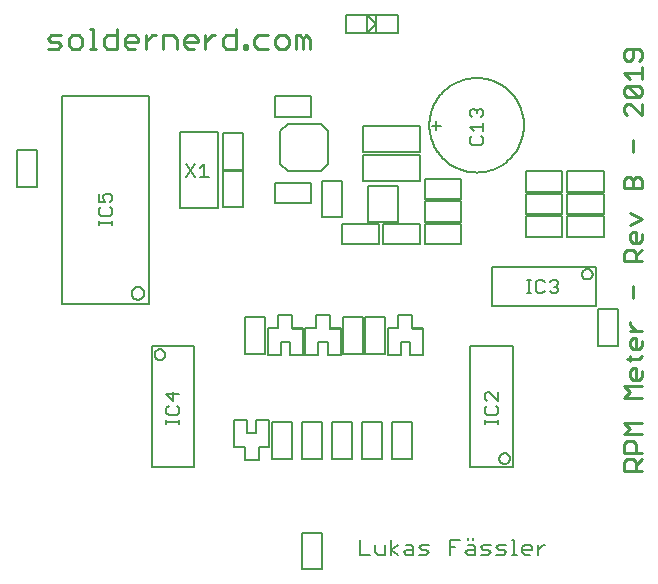
<source format=gto>
G75*
%MOIN*%
%OFA0B0*%
%FSLAX25Y25*%
%IPPOS*%
%LPD*%
%AMOC8*
5,1,8,0,0,1.08239X$1,22.5*
%
%ADD10C,0.01000*%
%ADD11C,0.00700*%
%ADD12C,0.00900*%
%ADD13C,0.00591*%
%ADD14C,0.00600*%
%ADD15C,0.00500*%
D10*
X0036918Y0181281D02*
X0040221Y0181281D01*
X0041322Y0182382D01*
X0040221Y0183483D01*
X0038019Y0183483D01*
X0036918Y0184584D01*
X0038019Y0185685D01*
X0041322Y0185685D01*
X0043916Y0184584D02*
X0043916Y0182382D01*
X0045017Y0181281D01*
X0047219Y0181281D01*
X0048320Y0182382D01*
X0048320Y0184584D01*
X0047219Y0185685D01*
X0045017Y0185685D01*
X0043916Y0184584D01*
X0050914Y0181281D02*
X0053116Y0181281D01*
X0052015Y0181281D02*
X0052015Y0187887D01*
X0050914Y0187887D01*
X0055579Y0184584D02*
X0055579Y0182382D01*
X0056680Y0181281D01*
X0059983Y0181281D01*
X0059983Y0187887D01*
X0059983Y0185685D02*
X0056680Y0185685D01*
X0055579Y0184584D01*
X0062577Y0184584D02*
X0062577Y0182382D01*
X0063678Y0181281D01*
X0065880Y0181281D01*
X0066981Y0183483D02*
X0062577Y0183483D01*
X0062577Y0184584D02*
X0063678Y0185685D01*
X0065880Y0185685D01*
X0066981Y0184584D01*
X0066981Y0183483D01*
X0069575Y0183483D02*
X0071777Y0185685D01*
X0072878Y0185685D01*
X0075407Y0185685D02*
X0075407Y0181281D01*
X0075407Y0185685D02*
X0078710Y0185685D01*
X0079811Y0184584D01*
X0079811Y0181281D01*
X0082405Y0182382D02*
X0082405Y0184584D01*
X0083506Y0185685D01*
X0085708Y0185685D01*
X0086808Y0184584D01*
X0086808Y0183483D01*
X0082405Y0183483D01*
X0082405Y0182382D02*
X0083506Y0181281D01*
X0085708Y0181281D01*
X0089403Y0181281D02*
X0089403Y0185685D01*
X0089403Y0183483D02*
X0091605Y0185685D01*
X0092706Y0185685D01*
X0095234Y0184584D02*
X0095234Y0182382D01*
X0096335Y0181281D01*
X0099638Y0181281D01*
X0099638Y0187887D01*
X0099638Y0185685D02*
X0096335Y0185685D01*
X0095234Y0184584D01*
X0102232Y0182382D02*
X0103333Y0182382D01*
X0103333Y0181281D01*
X0102232Y0181281D01*
X0102232Y0182382D01*
X0105731Y0182382D02*
X0106832Y0181281D01*
X0110135Y0181281D01*
X0112729Y0182382D02*
X0112729Y0184584D01*
X0113830Y0185685D01*
X0116032Y0185685D01*
X0117133Y0184584D01*
X0117133Y0182382D01*
X0116032Y0181281D01*
X0113830Y0181281D01*
X0112729Y0182382D01*
X0110135Y0185685D02*
X0106832Y0185685D01*
X0105731Y0184584D01*
X0105731Y0182382D01*
X0119727Y0181281D02*
X0119727Y0185685D01*
X0120828Y0185685D01*
X0121929Y0184584D01*
X0123030Y0185685D01*
X0124131Y0184584D01*
X0124131Y0181281D01*
X0121929Y0181281D02*
X0121929Y0184584D01*
X0069575Y0185685D02*
X0069575Y0181281D01*
D11*
X0083081Y0142862D02*
X0085951Y0138558D01*
X0087685Y0138558D02*
X0090555Y0138558D01*
X0089120Y0138558D02*
X0089120Y0142862D01*
X0087685Y0141427D01*
X0085951Y0142862D02*
X0083081Y0138558D01*
X0058235Y0132245D02*
X0058235Y0130810D01*
X0057518Y0130093D01*
X0056084Y0130093D02*
X0055366Y0131528D01*
X0055366Y0132245D01*
X0056084Y0132962D01*
X0057518Y0132962D01*
X0058235Y0132245D01*
X0056084Y0130093D02*
X0053932Y0130093D01*
X0053932Y0132962D01*
X0054649Y0128358D02*
X0053932Y0127641D01*
X0053932Y0126206D01*
X0054649Y0125489D01*
X0057518Y0125489D01*
X0058235Y0126206D01*
X0058235Y0127641D01*
X0057518Y0128358D01*
X0058235Y0123854D02*
X0058235Y0122420D01*
X0058235Y0123137D02*
X0053932Y0123137D01*
X0053932Y0122420D02*
X0053932Y0123854D01*
X0076432Y0065995D02*
X0078584Y0063843D01*
X0078584Y0066712D01*
X0080735Y0065995D02*
X0076432Y0065995D01*
X0077149Y0062108D02*
X0076432Y0061391D01*
X0076432Y0059956D01*
X0077149Y0059239D01*
X0080018Y0059239D01*
X0080735Y0059956D01*
X0080735Y0061391D01*
X0080018Y0062108D01*
X0080735Y0057604D02*
X0080735Y0056170D01*
X0080735Y0056887D02*
X0076432Y0056887D01*
X0076432Y0056170D02*
X0076432Y0057604D01*
X0140888Y0017474D02*
X0140888Y0012569D01*
X0144157Y0012569D01*
X0146044Y0013387D02*
X0146044Y0015839D01*
X0146044Y0013387D02*
X0146861Y0012569D01*
X0149313Y0012569D01*
X0149313Y0015839D01*
X0151200Y0017474D02*
X0151200Y0012569D01*
X0151200Y0014204D02*
X0153652Y0015839D01*
X0151200Y0014204D02*
X0153652Y0012569D01*
X0155497Y0013387D02*
X0156315Y0014204D01*
X0158767Y0014204D01*
X0158767Y0015021D02*
X0158767Y0012569D01*
X0156315Y0012569D01*
X0155497Y0013387D01*
X0156315Y0015839D02*
X0157949Y0015839D01*
X0158767Y0015021D01*
X0160654Y0015021D02*
X0161471Y0015839D01*
X0163923Y0015839D01*
X0163106Y0014204D02*
X0161471Y0014204D01*
X0160654Y0015021D01*
X0160654Y0012569D02*
X0163106Y0012569D01*
X0163923Y0013387D01*
X0163106Y0014204D01*
X0170967Y0015021D02*
X0172601Y0015021D01*
X0170967Y0012569D02*
X0170967Y0017474D01*
X0174236Y0017474D01*
X0176940Y0017474D02*
X0176940Y0018291D01*
X0178575Y0018291D02*
X0178575Y0017474D01*
X0178575Y0015839D02*
X0176940Y0015839D01*
X0176940Y0014204D02*
X0179392Y0014204D01*
X0179392Y0015021D02*
X0179392Y0012569D01*
X0176940Y0012569D01*
X0176123Y0013387D01*
X0176940Y0014204D01*
X0178575Y0015839D02*
X0179392Y0015021D01*
X0181279Y0015021D02*
X0182097Y0014204D01*
X0183731Y0014204D01*
X0184549Y0013387D01*
X0183731Y0012569D01*
X0181279Y0012569D01*
X0181279Y0015021D02*
X0182097Y0015839D01*
X0184549Y0015839D01*
X0186436Y0015021D02*
X0187253Y0014204D01*
X0188888Y0014204D01*
X0189705Y0013387D01*
X0188888Y0012569D01*
X0186436Y0012569D01*
X0186436Y0015021D02*
X0187253Y0015839D01*
X0189705Y0015839D01*
X0191592Y0017474D02*
X0192410Y0017474D01*
X0192410Y0012569D01*
X0193227Y0012569D02*
X0191592Y0012569D01*
X0195030Y0013387D02*
X0195030Y0015021D01*
X0195847Y0015839D01*
X0197482Y0015839D01*
X0198299Y0015021D01*
X0198299Y0014204D01*
X0195030Y0014204D01*
X0195030Y0013387D02*
X0195847Y0012569D01*
X0197482Y0012569D01*
X0200186Y0012569D02*
X0200186Y0015839D01*
X0201821Y0015839D02*
X0202638Y0015839D01*
X0201821Y0015839D02*
X0200186Y0014204D01*
X0186985Y0056170D02*
X0186985Y0057604D01*
X0186985Y0056887D02*
X0182682Y0056887D01*
X0182682Y0056170D02*
X0182682Y0057604D01*
X0183399Y0059239D02*
X0186268Y0059239D01*
X0186985Y0059956D01*
X0186985Y0061391D01*
X0186268Y0062108D01*
X0186985Y0063843D02*
X0184116Y0066712D01*
X0183399Y0066712D01*
X0182682Y0065995D01*
X0182682Y0064560D01*
X0183399Y0063843D01*
X0183399Y0062108D02*
X0182682Y0061391D01*
X0182682Y0059956D01*
X0183399Y0059239D01*
X0186985Y0063843D02*
X0186985Y0066712D01*
X0181268Y0149152D02*
X0178399Y0149152D01*
X0177682Y0149870D01*
X0177682Y0151304D01*
X0178399Y0152022D01*
X0179116Y0153756D02*
X0177682Y0155191D01*
X0181985Y0155191D01*
X0181985Y0156625D02*
X0181985Y0153756D01*
X0181268Y0152022D02*
X0181985Y0151304D01*
X0181985Y0149870D01*
X0181268Y0149152D01*
X0181268Y0158360D02*
X0181985Y0159078D01*
X0181985Y0160512D01*
X0181268Y0161229D01*
X0180551Y0161229D01*
X0179834Y0160512D01*
X0179834Y0159795D01*
X0179834Y0160512D02*
X0179116Y0161229D01*
X0178399Y0161229D01*
X0177682Y0160512D01*
X0177682Y0159078D01*
X0178399Y0158360D01*
D12*
X0229126Y0159975D02*
X0230077Y0159024D01*
X0229126Y0159975D02*
X0229126Y0161877D01*
X0230077Y0162827D01*
X0231028Y0162827D01*
X0234831Y0159024D01*
X0234831Y0162827D01*
X0233880Y0165101D02*
X0230077Y0168905D01*
X0233880Y0168905D01*
X0234831Y0167954D01*
X0234831Y0166052D01*
X0233880Y0165101D01*
X0230077Y0165101D01*
X0229126Y0166052D01*
X0229126Y0167954D01*
X0230077Y0168905D01*
X0231028Y0171179D02*
X0229126Y0173080D01*
X0234831Y0173080D01*
X0234831Y0171179D02*
X0234831Y0174982D01*
X0233880Y0177256D02*
X0234831Y0178207D01*
X0234831Y0180108D01*
X0233880Y0181059D01*
X0230077Y0181059D01*
X0229126Y0180108D01*
X0229126Y0178207D01*
X0230077Y0177256D01*
X0231028Y0177256D01*
X0231979Y0178207D01*
X0231979Y0181059D01*
X0231979Y0150673D02*
X0231979Y0146870D01*
X0232929Y0138519D02*
X0233880Y0138519D01*
X0234831Y0137568D01*
X0234831Y0134715D01*
X0229126Y0134715D01*
X0229126Y0137568D01*
X0230077Y0138519D01*
X0231028Y0138519D01*
X0231979Y0137568D01*
X0231979Y0134715D01*
X0231979Y0137568D02*
X0232929Y0138519D01*
X0231028Y0126364D02*
X0234831Y0124463D01*
X0231028Y0122561D01*
X0231979Y0120287D02*
X0232929Y0120287D01*
X0232929Y0116484D01*
X0231979Y0116484D02*
X0231028Y0117435D01*
X0231028Y0119336D01*
X0231979Y0120287D01*
X0234831Y0119336D02*
X0234831Y0117435D01*
X0233880Y0116484D01*
X0231979Y0116484D01*
X0231979Y0114210D02*
X0232929Y0113259D01*
X0232929Y0110407D01*
X0232929Y0112308D02*
X0234831Y0114210D01*
X0231979Y0114210D02*
X0230077Y0114210D01*
X0229126Y0113259D01*
X0229126Y0110407D01*
X0234831Y0110407D01*
X0231979Y0102056D02*
X0231979Y0098252D01*
X0231028Y0089963D02*
X0231028Y0089012D01*
X0232929Y0087111D01*
X0231028Y0087111D02*
X0234831Y0087111D01*
X0232929Y0084837D02*
X0232929Y0081034D01*
X0231979Y0081034D02*
X0231028Y0081984D01*
X0231028Y0083886D01*
X0231979Y0084837D01*
X0232929Y0084837D01*
X0234831Y0083886D02*
X0234831Y0081984D01*
X0233880Y0081034D01*
X0231979Y0081034D01*
X0231028Y0078884D02*
X0231028Y0076982D01*
X0230077Y0077933D02*
X0233880Y0077933D01*
X0234831Y0078884D01*
X0232929Y0074708D02*
X0232929Y0070905D01*
X0231979Y0070905D02*
X0231028Y0071856D01*
X0231028Y0073757D01*
X0231979Y0074708D01*
X0232929Y0074708D01*
X0234831Y0073757D02*
X0234831Y0071856D01*
X0233880Y0070905D01*
X0231979Y0070905D01*
X0234831Y0068631D02*
X0229126Y0068631D01*
X0231028Y0066729D01*
X0229126Y0064828D01*
X0234831Y0064828D01*
X0234831Y0056477D02*
X0229126Y0056477D01*
X0231028Y0054575D01*
X0229126Y0052673D01*
X0234831Y0052673D01*
X0231979Y0050399D02*
X0232929Y0049449D01*
X0232929Y0046596D01*
X0234831Y0046596D02*
X0229126Y0046596D01*
X0229126Y0049449D01*
X0230077Y0050399D01*
X0231979Y0050399D01*
X0231979Y0044322D02*
X0230077Y0044322D01*
X0229126Y0043371D01*
X0229126Y0040519D01*
X0234831Y0040519D01*
X0232929Y0040519D02*
X0232929Y0043371D01*
X0231979Y0044322D01*
X0232929Y0042421D02*
X0234831Y0044322D01*
D13*
X0071499Y0041880D02*
X0071499Y0082037D01*
X0085672Y0082037D01*
X0085672Y0041880D01*
X0071499Y0041880D01*
X0098930Y0048346D02*
X0098930Y0057401D01*
X0103261Y0057401D01*
X0103261Y0053071D01*
X0106410Y0053071D01*
X0106410Y0057401D01*
X0110741Y0057401D01*
X0110741Y0048346D01*
X0107198Y0048346D01*
X0107198Y0044015D01*
X0102473Y0044015D01*
X0102473Y0048346D01*
X0098930Y0048346D01*
X0111489Y0044606D02*
X0118182Y0044606D01*
X0118182Y0056811D01*
X0111489Y0056811D01*
X0111489Y0044606D01*
X0121489Y0044606D02*
X0128182Y0044606D01*
X0128182Y0056811D01*
X0121489Y0056811D01*
X0121489Y0044606D01*
X0131489Y0044606D02*
X0138182Y0044606D01*
X0138182Y0056811D01*
X0131489Y0056811D01*
X0131489Y0044606D01*
X0141489Y0044606D02*
X0148182Y0044606D01*
X0148182Y0056811D01*
X0141489Y0056811D01*
X0141489Y0044606D01*
X0151489Y0044606D02*
X0151489Y0056811D01*
X0158182Y0056811D01*
X0158182Y0044606D01*
X0151489Y0044606D01*
X0177749Y0041880D02*
X0191922Y0041880D01*
X0191922Y0082037D01*
X0177749Y0082037D01*
X0177749Y0041880D01*
X0187398Y0044635D02*
X0187400Y0044718D01*
X0187406Y0044802D01*
X0187416Y0044885D01*
X0187429Y0044967D01*
X0187447Y0045049D01*
X0187469Y0045129D01*
X0187494Y0045209D01*
X0187523Y0045287D01*
X0187555Y0045364D01*
X0187592Y0045440D01*
X0187631Y0045513D01*
X0187675Y0045584D01*
X0187721Y0045654D01*
X0187771Y0045721D01*
X0187824Y0045786D01*
X0187879Y0045848D01*
X0187938Y0045907D01*
X0188000Y0045964D01*
X0188064Y0046017D01*
X0188130Y0046068D01*
X0188199Y0046115D01*
X0188270Y0046159D01*
X0188343Y0046200D01*
X0188418Y0046237D01*
X0188494Y0046270D01*
X0188572Y0046300D01*
X0188652Y0046326D01*
X0188732Y0046349D01*
X0188813Y0046367D01*
X0188896Y0046382D01*
X0188978Y0046393D01*
X0189062Y0046400D01*
X0189145Y0046403D01*
X0189229Y0046402D01*
X0189312Y0046397D01*
X0189395Y0046388D01*
X0189478Y0046375D01*
X0189559Y0046359D01*
X0189640Y0046338D01*
X0189720Y0046314D01*
X0189799Y0046286D01*
X0189876Y0046254D01*
X0189952Y0046219D01*
X0190026Y0046180D01*
X0190098Y0046138D01*
X0190168Y0046092D01*
X0190235Y0046043D01*
X0190301Y0045991D01*
X0190363Y0045936D01*
X0190424Y0045878D01*
X0190481Y0045817D01*
X0190535Y0045754D01*
X0190586Y0045688D01*
X0190635Y0045619D01*
X0190679Y0045549D01*
X0190721Y0045476D01*
X0190759Y0045402D01*
X0190793Y0045326D01*
X0190824Y0045248D01*
X0190851Y0045169D01*
X0190875Y0045089D01*
X0190894Y0045008D01*
X0190910Y0044926D01*
X0190922Y0044843D01*
X0190930Y0044760D01*
X0190934Y0044677D01*
X0190934Y0044593D01*
X0190930Y0044510D01*
X0190922Y0044427D01*
X0190910Y0044344D01*
X0190894Y0044262D01*
X0190875Y0044181D01*
X0190851Y0044101D01*
X0190824Y0044022D01*
X0190793Y0043944D01*
X0190759Y0043868D01*
X0190721Y0043794D01*
X0190679Y0043721D01*
X0190635Y0043651D01*
X0190586Y0043582D01*
X0190535Y0043516D01*
X0190481Y0043453D01*
X0190424Y0043392D01*
X0190363Y0043334D01*
X0190301Y0043279D01*
X0190235Y0043227D01*
X0190168Y0043178D01*
X0190098Y0043132D01*
X0190026Y0043090D01*
X0189952Y0043051D01*
X0189876Y0043016D01*
X0189799Y0042984D01*
X0189720Y0042956D01*
X0189640Y0042932D01*
X0189559Y0042911D01*
X0189478Y0042895D01*
X0189395Y0042882D01*
X0189312Y0042873D01*
X0189229Y0042868D01*
X0189145Y0042867D01*
X0189062Y0042870D01*
X0188978Y0042877D01*
X0188896Y0042888D01*
X0188813Y0042903D01*
X0188732Y0042921D01*
X0188652Y0042944D01*
X0188572Y0042970D01*
X0188494Y0043000D01*
X0188418Y0043033D01*
X0188343Y0043070D01*
X0188270Y0043111D01*
X0188199Y0043155D01*
X0188130Y0043202D01*
X0188064Y0043253D01*
X0188000Y0043306D01*
X0187938Y0043363D01*
X0187879Y0043422D01*
X0187824Y0043484D01*
X0187771Y0043549D01*
X0187721Y0043616D01*
X0187675Y0043686D01*
X0187631Y0043757D01*
X0187592Y0043830D01*
X0187555Y0043906D01*
X0187523Y0043983D01*
X0187494Y0044061D01*
X0187469Y0044141D01*
X0187447Y0044221D01*
X0187429Y0044303D01*
X0187416Y0044385D01*
X0187406Y0044468D01*
X0187400Y0044552D01*
X0187398Y0044635D01*
X0161991Y0079015D02*
X0157660Y0079015D01*
X0157660Y0083346D01*
X0154511Y0083346D01*
X0154511Y0079015D01*
X0150180Y0079015D01*
X0150180Y0088071D01*
X0153723Y0088071D01*
X0153723Y0092401D01*
X0158448Y0092401D01*
X0158448Y0088071D01*
X0161991Y0088071D01*
X0161991Y0079015D01*
X0149432Y0079606D02*
X0142739Y0079606D01*
X0142739Y0091811D01*
X0149432Y0091811D01*
X0149432Y0079606D01*
X0141932Y0079606D02*
X0135239Y0079606D01*
X0135239Y0091811D01*
X0141932Y0091811D01*
X0141932Y0079606D01*
X0134491Y0079015D02*
X0130160Y0079015D01*
X0130160Y0083346D01*
X0127011Y0083346D01*
X0127011Y0079015D01*
X0122680Y0079015D01*
X0122680Y0088071D01*
X0126223Y0088071D01*
X0126223Y0092401D01*
X0130948Y0092401D01*
X0130948Y0088071D01*
X0134491Y0088071D01*
X0134491Y0079015D01*
X0121991Y0079015D02*
X0117660Y0079015D01*
X0117660Y0083346D01*
X0114511Y0083346D01*
X0114511Y0079015D01*
X0110180Y0079015D01*
X0110180Y0088071D01*
X0113723Y0088071D01*
X0113723Y0092401D01*
X0118448Y0092401D01*
X0118448Y0088071D01*
X0121991Y0088071D01*
X0121991Y0079015D01*
X0109432Y0079606D02*
X0102739Y0079606D01*
X0102739Y0091811D01*
X0109432Y0091811D01*
X0109432Y0079606D01*
X0134983Y0116112D02*
X0147188Y0116112D01*
X0147188Y0122805D01*
X0134983Y0122805D01*
X0134983Y0116112D01*
X0143467Y0123553D02*
X0143467Y0135364D01*
X0153704Y0135364D01*
X0153704Y0123553D01*
X0143467Y0123553D01*
X0148733Y0122805D02*
X0148733Y0116112D01*
X0160938Y0116112D01*
X0160938Y0122805D01*
X0148733Y0122805D01*
X0134855Y0125000D02*
X0134855Y0137204D01*
X0128162Y0137204D01*
X0128162Y0125000D01*
X0134855Y0125000D01*
X0124688Y0129862D02*
X0124688Y0136555D01*
X0112483Y0136555D01*
X0112483Y0129862D01*
X0124688Y0129862D01*
X0141942Y0137067D02*
X0141942Y0145728D01*
X0160839Y0145728D01*
X0160839Y0137067D01*
X0141942Y0137067D01*
X0141942Y0146752D02*
X0141942Y0155413D01*
X0160839Y0155413D01*
X0160839Y0146752D01*
X0141942Y0146752D01*
X0124688Y0158612D02*
X0124688Y0165305D01*
X0112483Y0165305D01*
X0112483Y0158612D01*
X0124688Y0158612D01*
X0101932Y0153061D02*
X0101932Y0140856D01*
X0095239Y0140856D01*
X0095239Y0153061D01*
X0101932Y0153061D01*
X0093635Y0153307D02*
X0081036Y0153307D01*
X0081036Y0128110D01*
X0093635Y0128110D01*
X0093635Y0153307D01*
X0095239Y0140561D02*
X0095239Y0128356D01*
X0101932Y0128356D01*
X0101932Y0140561D01*
X0095239Y0140561D01*
X0070704Y0165508D02*
X0041467Y0165508D01*
X0041467Y0096008D01*
X0070704Y0096008D01*
X0070704Y0165508D01*
X0033182Y0147313D02*
X0033182Y0135108D01*
X0026489Y0135108D01*
X0026489Y0147313D01*
X0033182Y0147313D01*
X0064811Y0099708D02*
X0064813Y0099800D01*
X0064819Y0099891D01*
X0064829Y0099982D01*
X0064843Y0100073D01*
X0064861Y0100163D01*
X0064883Y0100252D01*
X0064908Y0100339D01*
X0064938Y0100426D01*
X0064971Y0100512D01*
X0065008Y0100595D01*
X0065048Y0100678D01*
X0065092Y0100758D01*
X0065140Y0100836D01*
X0065191Y0100913D01*
X0065245Y0100986D01*
X0065302Y0101058D01*
X0065363Y0101127D01*
X0065426Y0101193D01*
X0065492Y0101256D01*
X0065561Y0101317D01*
X0065633Y0101374D01*
X0065706Y0101428D01*
X0065783Y0101479D01*
X0065861Y0101527D01*
X0065941Y0101571D01*
X0066024Y0101611D01*
X0066107Y0101648D01*
X0066193Y0101681D01*
X0066280Y0101711D01*
X0066367Y0101736D01*
X0066456Y0101758D01*
X0066546Y0101776D01*
X0066637Y0101790D01*
X0066728Y0101800D01*
X0066819Y0101806D01*
X0066911Y0101808D01*
X0067003Y0101806D01*
X0067094Y0101800D01*
X0067185Y0101790D01*
X0067276Y0101776D01*
X0067366Y0101758D01*
X0067455Y0101736D01*
X0067542Y0101711D01*
X0067629Y0101681D01*
X0067715Y0101648D01*
X0067798Y0101611D01*
X0067881Y0101571D01*
X0067961Y0101527D01*
X0068039Y0101479D01*
X0068116Y0101428D01*
X0068189Y0101374D01*
X0068261Y0101317D01*
X0068330Y0101256D01*
X0068396Y0101193D01*
X0068459Y0101127D01*
X0068520Y0101058D01*
X0068577Y0100986D01*
X0068631Y0100913D01*
X0068682Y0100836D01*
X0068730Y0100758D01*
X0068774Y0100678D01*
X0068814Y0100595D01*
X0068851Y0100512D01*
X0068884Y0100426D01*
X0068914Y0100339D01*
X0068939Y0100252D01*
X0068961Y0100163D01*
X0068979Y0100073D01*
X0068993Y0099982D01*
X0069003Y0099891D01*
X0069009Y0099800D01*
X0069011Y0099708D01*
X0069009Y0099616D01*
X0069003Y0099525D01*
X0068993Y0099434D01*
X0068979Y0099343D01*
X0068961Y0099253D01*
X0068939Y0099164D01*
X0068914Y0099077D01*
X0068884Y0098990D01*
X0068851Y0098904D01*
X0068814Y0098821D01*
X0068774Y0098738D01*
X0068730Y0098658D01*
X0068682Y0098580D01*
X0068631Y0098503D01*
X0068577Y0098430D01*
X0068520Y0098358D01*
X0068459Y0098289D01*
X0068396Y0098223D01*
X0068330Y0098160D01*
X0068261Y0098099D01*
X0068189Y0098042D01*
X0068116Y0097988D01*
X0068039Y0097937D01*
X0067961Y0097889D01*
X0067881Y0097845D01*
X0067798Y0097805D01*
X0067715Y0097768D01*
X0067629Y0097735D01*
X0067542Y0097705D01*
X0067455Y0097680D01*
X0067366Y0097658D01*
X0067276Y0097640D01*
X0067185Y0097626D01*
X0067094Y0097616D01*
X0067003Y0097610D01*
X0066911Y0097608D01*
X0066819Y0097610D01*
X0066728Y0097616D01*
X0066637Y0097626D01*
X0066546Y0097640D01*
X0066456Y0097658D01*
X0066367Y0097680D01*
X0066280Y0097705D01*
X0066193Y0097735D01*
X0066107Y0097768D01*
X0066024Y0097805D01*
X0065941Y0097845D01*
X0065861Y0097889D01*
X0065783Y0097937D01*
X0065706Y0097988D01*
X0065633Y0098042D01*
X0065561Y0098099D01*
X0065492Y0098160D01*
X0065426Y0098223D01*
X0065363Y0098289D01*
X0065302Y0098358D01*
X0065245Y0098430D01*
X0065191Y0098503D01*
X0065140Y0098580D01*
X0065092Y0098658D01*
X0065048Y0098738D01*
X0065008Y0098821D01*
X0064971Y0098904D01*
X0064938Y0098990D01*
X0064908Y0099077D01*
X0064883Y0099164D01*
X0064861Y0099253D01*
X0064843Y0099343D01*
X0064829Y0099434D01*
X0064819Y0099525D01*
X0064813Y0099616D01*
X0064811Y0099708D01*
X0072487Y0079281D02*
X0072489Y0079364D01*
X0072495Y0079448D01*
X0072505Y0079531D01*
X0072518Y0079613D01*
X0072536Y0079695D01*
X0072558Y0079775D01*
X0072583Y0079855D01*
X0072612Y0079933D01*
X0072644Y0080010D01*
X0072681Y0080086D01*
X0072720Y0080159D01*
X0072764Y0080230D01*
X0072810Y0080300D01*
X0072860Y0080367D01*
X0072913Y0080432D01*
X0072968Y0080494D01*
X0073027Y0080553D01*
X0073089Y0080610D01*
X0073153Y0080663D01*
X0073219Y0080714D01*
X0073288Y0080761D01*
X0073359Y0080805D01*
X0073432Y0080846D01*
X0073507Y0080883D01*
X0073583Y0080916D01*
X0073661Y0080946D01*
X0073741Y0080972D01*
X0073821Y0080995D01*
X0073902Y0081013D01*
X0073985Y0081028D01*
X0074067Y0081039D01*
X0074151Y0081046D01*
X0074234Y0081049D01*
X0074318Y0081048D01*
X0074401Y0081043D01*
X0074484Y0081034D01*
X0074567Y0081021D01*
X0074648Y0081005D01*
X0074729Y0080984D01*
X0074809Y0080960D01*
X0074888Y0080932D01*
X0074965Y0080900D01*
X0075041Y0080865D01*
X0075115Y0080826D01*
X0075187Y0080784D01*
X0075257Y0080738D01*
X0075324Y0080689D01*
X0075390Y0080637D01*
X0075452Y0080582D01*
X0075513Y0080524D01*
X0075570Y0080463D01*
X0075624Y0080400D01*
X0075675Y0080334D01*
X0075724Y0080265D01*
X0075768Y0080195D01*
X0075810Y0080122D01*
X0075848Y0080048D01*
X0075882Y0079972D01*
X0075913Y0079894D01*
X0075940Y0079815D01*
X0075964Y0079735D01*
X0075983Y0079654D01*
X0075999Y0079572D01*
X0076011Y0079489D01*
X0076019Y0079406D01*
X0076023Y0079323D01*
X0076023Y0079239D01*
X0076019Y0079156D01*
X0076011Y0079073D01*
X0075999Y0078990D01*
X0075983Y0078908D01*
X0075964Y0078827D01*
X0075940Y0078747D01*
X0075913Y0078668D01*
X0075882Y0078590D01*
X0075848Y0078514D01*
X0075810Y0078440D01*
X0075768Y0078367D01*
X0075724Y0078297D01*
X0075675Y0078228D01*
X0075624Y0078162D01*
X0075570Y0078099D01*
X0075513Y0078038D01*
X0075452Y0077980D01*
X0075390Y0077925D01*
X0075324Y0077873D01*
X0075257Y0077824D01*
X0075187Y0077778D01*
X0075115Y0077736D01*
X0075041Y0077697D01*
X0074965Y0077662D01*
X0074888Y0077630D01*
X0074809Y0077602D01*
X0074729Y0077578D01*
X0074648Y0077557D01*
X0074567Y0077541D01*
X0074484Y0077528D01*
X0074401Y0077519D01*
X0074318Y0077514D01*
X0074234Y0077513D01*
X0074151Y0077516D01*
X0074067Y0077523D01*
X0073985Y0077534D01*
X0073902Y0077549D01*
X0073821Y0077567D01*
X0073741Y0077590D01*
X0073661Y0077616D01*
X0073583Y0077646D01*
X0073507Y0077679D01*
X0073432Y0077716D01*
X0073359Y0077757D01*
X0073288Y0077801D01*
X0073219Y0077848D01*
X0073153Y0077899D01*
X0073089Y0077952D01*
X0073027Y0078009D01*
X0072968Y0078068D01*
X0072913Y0078130D01*
X0072860Y0078195D01*
X0072810Y0078262D01*
X0072764Y0078332D01*
X0072720Y0078403D01*
X0072681Y0078476D01*
X0072644Y0078552D01*
X0072612Y0078629D01*
X0072583Y0078707D01*
X0072558Y0078787D01*
X0072536Y0078867D01*
X0072518Y0078949D01*
X0072505Y0079031D01*
X0072495Y0079114D01*
X0072489Y0079198D01*
X0072487Y0079281D01*
X0121489Y0019936D02*
X0121489Y0007731D01*
X0128182Y0007731D01*
X0128182Y0019936D01*
X0121489Y0019936D01*
X0185111Y0095462D02*
X0185111Y0108454D01*
X0219560Y0108454D01*
X0219560Y0095462D01*
X0185111Y0095462D01*
X0174688Y0116112D02*
X0174688Y0122805D01*
X0162483Y0122805D01*
X0162483Y0116112D01*
X0174688Y0116112D01*
X0174688Y0123612D02*
X0174688Y0130305D01*
X0162483Y0130305D01*
X0162483Y0123612D01*
X0174688Y0123612D01*
X0174688Y0131112D02*
X0174688Y0137805D01*
X0162483Y0137805D01*
X0162483Y0131112D01*
X0174688Y0131112D01*
X0196233Y0132805D02*
X0196233Y0126112D01*
X0208438Y0126112D01*
X0208438Y0132805D01*
X0196233Y0132805D01*
X0196233Y0133612D02*
X0208438Y0133612D01*
X0208438Y0140305D01*
X0196233Y0140305D01*
X0196233Y0133612D01*
X0196233Y0125305D02*
X0196233Y0118612D01*
X0208438Y0118612D01*
X0208438Y0125305D01*
X0196233Y0125305D01*
X0209983Y0125305D02*
X0209983Y0118612D01*
X0222188Y0118612D01*
X0222188Y0125305D01*
X0209983Y0125305D01*
X0209983Y0126112D02*
X0222188Y0126112D01*
X0222188Y0132805D01*
X0209983Y0132805D01*
X0209983Y0126112D01*
X0209983Y0133612D02*
X0209983Y0140305D01*
X0222188Y0140305D01*
X0222188Y0133612D01*
X0209983Y0133612D01*
X0214942Y0106073D02*
X0214944Y0106156D01*
X0214950Y0106240D01*
X0214960Y0106323D01*
X0214973Y0106405D01*
X0214991Y0106487D01*
X0215013Y0106567D01*
X0215038Y0106647D01*
X0215067Y0106725D01*
X0215099Y0106802D01*
X0215136Y0106878D01*
X0215175Y0106951D01*
X0215219Y0107022D01*
X0215265Y0107092D01*
X0215315Y0107159D01*
X0215368Y0107224D01*
X0215423Y0107286D01*
X0215482Y0107345D01*
X0215544Y0107402D01*
X0215608Y0107455D01*
X0215674Y0107506D01*
X0215743Y0107553D01*
X0215814Y0107597D01*
X0215887Y0107638D01*
X0215962Y0107675D01*
X0216038Y0107708D01*
X0216116Y0107738D01*
X0216196Y0107764D01*
X0216276Y0107787D01*
X0216357Y0107805D01*
X0216440Y0107820D01*
X0216522Y0107831D01*
X0216606Y0107838D01*
X0216689Y0107841D01*
X0216773Y0107840D01*
X0216856Y0107835D01*
X0216939Y0107826D01*
X0217022Y0107813D01*
X0217103Y0107797D01*
X0217184Y0107776D01*
X0217264Y0107752D01*
X0217343Y0107724D01*
X0217420Y0107692D01*
X0217496Y0107657D01*
X0217570Y0107618D01*
X0217642Y0107576D01*
X0217712Y0107530D01*
X0217779Y0107481D01*
X0217845Y0107429D01*
X0217907Y0107374D01*
X0217968Y0107316D01*
X0218025Y0107255D01*
X0218079Y0107192D01*
X0218130Y0107126D01*
X0218179Y0107057D01*
X0218223Y0106987D01*
X0218265Y0106914D01*
X0218303Y0106840D01*
X0218337Y0106764D01*
X0218368Y0106686D01*
X0218395Y0106607D01*
X0218419Y0106527D01*
X0218438Y0106446D01*
X0218454Y0106364D01*
X0218466Y0106281D01*
X0218474Y0106198D01*
X0218478Y0106115D01*
X0218478Y0106031D01*
X0218474Y0105948D01*
X0218466Y0105865D01*
X0218454Y0105782D01*
X0218438Y0105700D01*
X0218419Y0105619D01*
X0218395Y0105539D01*
X0218368Y0105460D01*
X0218337Y0105382D01*
X0218303Y0105306D01*
X0218265Y0105232D01*
X0218223Y0105159D01*
X0218179Y0105089D01*
X0218130Y0105020D01*
X0218079Y0104954D01*
X0218025Y0104891D01*
X0217968Y0104830D01*
X0217907Y0104772D01*
X0217845Y0104717D01*
X0217779Y0104665D01*
X0217712Y0104616D01*
X0217642Y0104570D01*
X0217570Y0104528D01*
X0217496Y0104489D01*
X0217420Y0104454D01*
X0217343Y0104422D01*
X0217264Y0104394D01*
X0217184Y0104370D01*
X0217103Y0104349D01*
X0217022Y0104333D01*
X0216939Y0104320D01*
X0216856Y0104311D01*
X0216773Y0104306D01*
X0216689Y0104305D01*
X0216606Y0104308D01*
X0216522Y0104315D01*
X0216440Y0104326D01*
X0216357Y0104341D01*
X0216276Y0104359D01*
X0216196Y0104382D01*
X0216116Y0104408D01*
X0216038Y0104438D01*
X0215962Y0104471D01*
X0215887Y0104508D01*
X0215814Y0104549D01*
X0215743Y0104593D01*
X0215674Y0104640D01*
X0215608Y0104691D01*
X0215544Y0104744D01*
X0215482Y0104801D01*
X0215423Y0104860D01*
X0215368Y0104922D01*
X0215315Y0104987D01*
X0215265Y0105054D01*
X0215219Y0105124D01*
X0215175Y0105195D01*
X0215136Y0105268D01*
X0215099Y0105344D01*
X0215067Y0105421D01*
X0215038Y0105499D01*
X0215013Y0105579D01*
X0214991Y0105659D01*
X0214973Y0105741D01*
X0214960Y0105823D01*
X0214950Y0105906D01*
X0214944Y0105990D01*
X0214942Y0106073D01*
X0220239Y0094311D02*
X0220239Y0082106D01*
X0226932Y0082106D01*
X0226932Y0094311D01*
X0220239Y0094311D01*
X0164087Y0155708D02*
X0164092Y0156094D01*
X0164106Y0156481D01*
X0164130Y0156866D01*
X0164163Y0157252D01*
X0164205Y0157636D01*
X0164257Y0158019D01*
X0164319Y0158400D01*
X0164390Y0158780D01*
X0164470Y0159158D01*
X0164559Y0159534D01*
X0164657Y0159908D01*
X0164765Y0160279D01*
X0164882Y0160648D01*
X0165008Y0161013D01*
X0165142Y0161376D01*
X0165286Y0161734D01*
X0165438Y0162090D01*
X0165599Y0162441D01*
X0165769Y0162788D01*
X0165947Y0163132D01*
X0166133Y0163470D01*
X0166327Y0163804D01*
X0166530Y0164133D01*
X0166741Y0164457D01*
X0166960Y0164776D01*
X0167186Y0165089D01*
X0167420Y0165397D01*
X0167662Y0165698D01*
X0167910Y0165994D01*
X0168167Y0166284D01*
X0168430Y0166567D01*
X0168699Y0166844D01*
X0168976Y0167113D01*
X0169259Y0167376D01*
X0169549Y0167633D01*
X0169845Y0167881D01*
X0170146Y0168123D01*
X0170454Y0168357D01*
X0170767Y0168583D01*
X0171086Y0168802D01*
X0171410Y0169013D01*
X0171739Y0169216D01*
X0172073Y0169410D01*
X0172411Y0169596D01*
X0172755Y0169774D01*
X0173102Y0169944D01*
X0173453Y0170105D01*
X0173809Y0170257D01*
X0174167Y0170401D01*
X0174530Y0170535D01*
X0174895Y0170661D01*
X0175264Y0170778D01*
X0175635Y0170886D01*
X0176009Y0170984D01*
X0176385Y0171073D01*
X0176763Y0171153D01*
X0177143Y0171224D01*
X0177524Y0171286D01*
X0177907Y0171338D01*
X0178291Y0171380D01*
X0178677Y0171413D01*
X0179062Y0171437D01*
X0179449Y0171451D01*
X0179835Y0171456D01*
X0180221Y0171451D01*
X0180608Y0171437D01*
X0180993Y0171413D01*
X0181379Y0171380D01*
X0181763Y0171338D01*
X0182146Y0171286D01*
X0182527Y0171224D01*
X0182907Y0171153D01*
X0183285Y0171073D01*
X0183661Y0170984D01*
X0184035Y0170886D01*
X0184406Y0170778D01*
X0184775Y0170661D01*
X0185140Y0170535D01*
X0185503Y0170401D01*
X0185861Y0170257D01*
X0186217Y0170105D01*
X0186568Y0169944D01*
X0186915Y0169774D01*
X0187259Y0169596D01*
X0187597Y0169410D01*
X0187931Y0169216D01*
X0188260Y0169013D01*
X0188584Y0168802D01*
X0188903Y0168583D01*
X0189216Y0168357D01*
X0189524Y0168123D01*
X0189825Y0167881D01*
X0190121Y0167633D01*
X0190411Y0167376D01*
X0190694Y0167113D01*
X0190971Y0166844D01*
X0191240Y0166567D01*
X0191503Y0166284D01*
X0191760Y0165994D01*
X0192008Y0165698D01*
X0192250Y0165397D01*
X0192484Y0165089D01*
X0192710Y0164776D01*
X0192929Y0164457D01*
X0193140Y0164133D01*
X0193343Y0163804D01*
X0193537Y0163470D01*
X0193723Y0163132D01*
X0193901Y0162788D01*
X0194071Y0162441D01*
X0194232Y0162090D01*
X0194384Y0161734D01*
X0194528Y0161376D01*
X0194662Y0161013D01*
X0194788Y0160648D01*
X0194905Y0160279D01*
X0195013Y0159908D01*
X0195111Y0159534D01*
X0195200Y0159158D01*
X0195280Y0158780D01*
X0195351Y0158400D01*
X0195413Y0158019D01*
X0195465Y0157636D01*
X0195507Y0157252D01*
X0195540Y0156866D01*
X0195564Y0156481D01*
X0195578Y0156094D01*
X0195583Y0155708D01*
X0195578Y0155322D01*
X0195564Y0154935D01*
X0195540Y0154550D01*
X0195507Y0154164D01*
X0195465Y0153780D01*
X0195413Y0153397D01*
X0195351Y0153016D01*
X0195280Y0152636D01*
X0195200Y0152258D01*
X0195111Y0151882D01*
X0195013Y0151508D01*
X0194905Y0151137D01*
X0194788Y0150768D01*
X0194662Y0150403D01*
X0194528Y0150040D01*
X0194384Y0149682D01*
X0194232Y0149326D01*
X0194071Y0148975D01*
X0193901Y0148628D01*
X0193723Y0148284D01*
X0193537Y0147946D01*
X0193343Y0147612D01*
X0193140Y0147283D01*
X0192929Y0146959D01*
X0192710Y0146640D01*
X0192484Y0146327D01*
X0192250Y0146019D01*
X0192008Y0145718D01*
X0191760Y0145422D01*
X0191503Y0145132D01*
X0191240Y0144849D01*
X0190971Y0144572D01*
X0190694Y0144303D01*
X0190411Y0144040D01*
X0190121Y0143783D01*
X0189825Y0143535D01*
X0189524Y0143293D01*
X0189216Y0143059D01*
X0188903Y0142833D01*
X0188584Y0142614D01*
X0188260Y0142403D01*
X0187931Y0142200D01*
X0187597Y0142006D01*
X0187259Y0141820D01*
X0186915Y0141642D01*
X0186568Y0141472D01*
X0186217Y0141311D01*
X0185861Y0141159D01*
X0185503Y0141015D01*
X0185140Y0140881D01*
X0184775Y0140755D01*
X0184406Y0140638D01*
X0184035Y0140530D01*
X0183661Y0140432D01*
X0183285Y0140343D01*
X0182907Y0140263D01*
X0182527Y0140192D01*
X0182146Y0140130D01*
X0181763Y0140078D01*
X0181379Y0140036D01*
X0180993Y0140003D01*
X0180608Y0139979D01*
X0180221Y0139965D01*
X0179835Y0139960D01*
X0179449Y0139965D01*
X0179062Y0139979D01*
X0178677Y0140003D01*
X0178291Y0140036D01*
X0177907Y0140078D01*
X0177524Y0140130D01*
X0177143Y0140192D01*
X0176763Y0140263D01*
X0176385Y0140343D01*
X0176009Y0140432D01*
X0175635Y0140530D01*
X0175264Y0140638D01*
X0174895Y0140755D01*
X0174530Y0140881D01*
X0174167Y0141015D01*
X0173809Y0141159D01*
X0173453Y0141311D01*
X0173102Y0141472D01*
X0172755Y0141642D01*
X0172411Y0141820D01*
X0172073Y0142006D01*
X0171739Y0142200D01*
X0171410Y0142403D01*
X0171086Y0142614D01*
X0170767Y0142833D01*
X0170454Y0143059D01*
X0170146Y0143293D01*
X0169845Y0143535D01*
X0169549Y0143783D01*
X0169259Y0144040D01*
X0168976Y0144303D01*
X0168699Y0144572D01*
X0168430Y0144849D01*
X0168167Y0145132D01*
X0167910Y0145422D01*
X0167662Y0145718D01*
X0167420Y0146019D01*
X0167186Y0146327D01*
X0166960Y0146640D01*
X0166741Y0146959D01*
X0166530Y0147283D01*
X0166327Y0147612D01*
X0166133Y0147946D01*
X0165947Y0148284D01*
X0165769Y0148628D01*
X0165599Y0148975D01*
X0165438Y0149326D01*
X0165286Y0149682D01*
X0165142Y0150040D01*
X0165008Y0150403D01*
X0164882Y0150768D01*
X0164765Y0151137D01*
X0164657Y0151508D01*
X0164559Y0151882D01*
X0164470Y0152258D01*
X0164390Y0152636D01*
X0164319Y0153016D01*
X0164257Y0153397D01*
X0164205Y0153780D01*
X0164163Y0154164D01*
X0164130Y0154550D01*
X0164106Y0154935D01*
X0164092Y0155322D01*
X0164087Y0155708D01*
X0164910Y0155590D02*
X0167910Y0155590D01*
X0166410Y0157090D02*
X0166410Y0154090D01*
X0153497Y0186309D02*
X0146410Y0186309D01*
X0146410Y0189458D01*
X0143261Y0186309D01*
X0143261Y0192608D01*
X0146410Y0189458D01*
X0146410Y0192608D01*
X0153497Y0192608D01*
X0153497Y0186309D01*
X0146410Y0186309D02*
X0143261Y0186309D01*
X0136174Y0186309D01*
X0136174Y0192608D01*
X0143261Y0192608D01*
X0146410Y0192608D01*
D14*
X0196497Y0104162D02*
X0197965Y0104162D01*
X0197231Y0104162D02*
X0197231Y0099758D01*
X0196497Y0099758D02*
X0197965Y0099758D01*
X0199566Y0100492D02*
X0199566Y0103428D01*
X0200300Y0104162D01*
X0201768Y0104162D01*
X0202502Y0103428D01*
X0204170Y0103428D02*
X0204904Y0104162D01*
X0206372Y0104162D01*
X0207106Y0103428D01*
X0207106Y0102694D01*
X0206372Y0101960D01*
X0207106Y0101226D01*
X0207106Y0100492D01*
X0206372Y0099758D01*
X0204904Y0099758D01*
X0204170Y0100492D01*
X0202502Y0100492D02*
X0201768Y0099758D01*
X0200300Y0099758D01*
X0199566Y0100492D01*
X0205638Y0101960D02*
X0206372Y0101960D01*
X0161685Y0087915D02*
X0158576Y0087915D01*
X0134185Y0087915D02*
X0131076Y0087915D01*
X0121685Y0087915D02*
X0118576Y0087915D01*
X0102345Y0048502D02*
X0099235Y0048502D01*
D15*
X0116824Y0140334D02*
X0114461Y0142697D01*
X0114461Y0153720D01*
X0116824Y0156082D01*
X0127847Y0156082D01*
X0130209Y0153720D01*
X0130209Y0142697D01*
X0127847Y0140334D01*
X0116824Y0140334D01*
M02*

</source>
